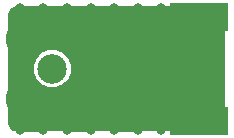
<source format=gbl>
G04 #@! TF.FileFunction,Copper,L2,Bot,Signal*
%FSLAX46Y46*%
G04 Gerber Fmt 4.6, Leading zero omitted, Abs format (unit mm)*
G04 Created by KiCad (PCBNEW 4.1.0-alpha+201605071002+6776~44~ubuntu14.04.1-product) date Mon 30 May 2016 00:28:20 BST*
%MOMM*%
%LPD*%
G01*
G04 APERTURE LIST*
%ADD10C,0.100000*%
%ADD11C,2.500000*%
%ADD12C,2.800000*%
%ADD13R,5.000000X2.400000*%
%ADD14C,0.800000*%
%ADD15C,0.250000*%
%ADD16C,0.500000*%
%ADD17C,0.200000*%
G04 APERTURE END LIST*
D10*
D11*
X130000000Y-100000000D03*
D12*
X132540000Y-102540000D03*
X132540000Y-97460000D03*
X127460000Y-102540000D03*
X127460000Y-97460000D03*
D13*
X142450000Y-104375000D03*
X142450000Y-95625000D03*
D14*
X134750000Y-96950000D03*
X134700000Y-98425000D03*
X138025000Y-103550000D03*
X134800000Y-103450000D03*
X127250000Y-94850000D03*
X129250000Y-94850000D03*
X131250000Y-94850000D03*
X133250000Y-94850000D03*
X135250000Y-94850000D03*
X137250000Y-94850000D03*
X127250000Y-105150000D03*
X129250000Y-105150000D03*
X131250000Y-105150000D03*
X133250000Y-105150000D03*
X135250000Y-105150000D03*
X137250000Y-105150000D03*
X137900000Y-99863590D03*
X136950000Y-96800000D03*
X137900000Y-101050000D03*
X134800000Y-101950000D03*
X139250000Y-105150000D03*
X139250000Y-103550000D03*
X139250000Y-104350000D03*
X139250000Y-96450000D03*
X139250000Y-94850000D03*
X139250000Y-95650000D03*
D15*
X129250000Y-94850000D02*
X127250000Y-94850000D01*
X133250000Y-94850000D02*
X131250000Y-94850000D01*
X137250000Y-94850000D02*
X135250000Y-94850000D01*
X129250000Y-105150000D02*
X127250000Y-105150000D01*
X133250000Y-105150000D02*
X131250000Y-105150000D01*
X137250000Y-105150000D02*
X135250000Y-105150000D01*
D16*
X139250000Y-104350000D02*
X139250000Y-105150000D01*
X139250000Y-95600000D02*
X139250000Y-96400000D01*
D17*
G36*
X144545000Y-105195000D02*
X126989888Y-105195000D01*
X126725340Y-105142378D01*
X126534882Y-105015118D01*
X126407622Y-104824660D01*
X126355000Y-104560112D01*
X126355000Y-100326765D01*
X128349715Y-100326765D01*
X128600383Y-100933429D01*
X129064130Y-101397986D01*
X129670355Y-101649713D01*
X130326765Y-101650285D01*
X130933429Y-101399617D01*
X131397986Y-100935870D01*
X131649713Y-100329645D01*
X131650285Y-99673235D01*
X131399617Y-99066571D01*
X130935870Y-98602014D01*
X130329645Y-98350287D01*
X129673235Y-98349715D01*
X129066571Y-98600383D01*
X128602014Y-99064130D01*
X128350287Y-99670355D01*
X128349715Y-100326765D01*
X126355000Y-100326765D01*
X126355000Y-95439888D01*
X126407622Y-95175340D01*
X126534882Y-94984882D01*
X126725340Y-94857622D01*
X126989888Y-94805000D01*
X144545000Y-94805000D01*
X144545000Y-105195000D01*
X144545000Y-105195000D01*
G37*
X144545000Y-105195000D02*
X126989888Y-105195000D01*
X126725340Y-105142378D01*
X126534882Y-105015118D01*
X126407622Y-104824660D01*
X126355000Y-104560112D01*
X126355000Y-100326765D01*
X128349715Y-100326765D01*
X128600383Y-100933429D01*
X129064130Y-101397986D01*
X129670355Y-101649713D01*
X130326765Y-101650285D01*
X130933429Y-101399617D01*
X131397986Y-100935870D01*
X131649713Y-100329645D01*
X131650285Y-99673235D01*
X131399617Y-99066571D01*
X130935870Y-98602014D01*
X130329645Y-98350287D01*
X129673235Y-98349715D01*
X129066571Y-98600383D01*
X128602014Y-99064130D01*
X128350287Y-99670355D01*
X128349715Y-100326765D01*
X126355000Y-100326765D01*
X126355000Y-95439888D01*
X126407622Y-95175340D01*
X126534882Y-94984882D01*
X126725340Y-94857622D01*
X126989888Y-94805000D01*
X144545000Y-94805000D01*
X144545000Y-105195000D01*
M02*

</source>
